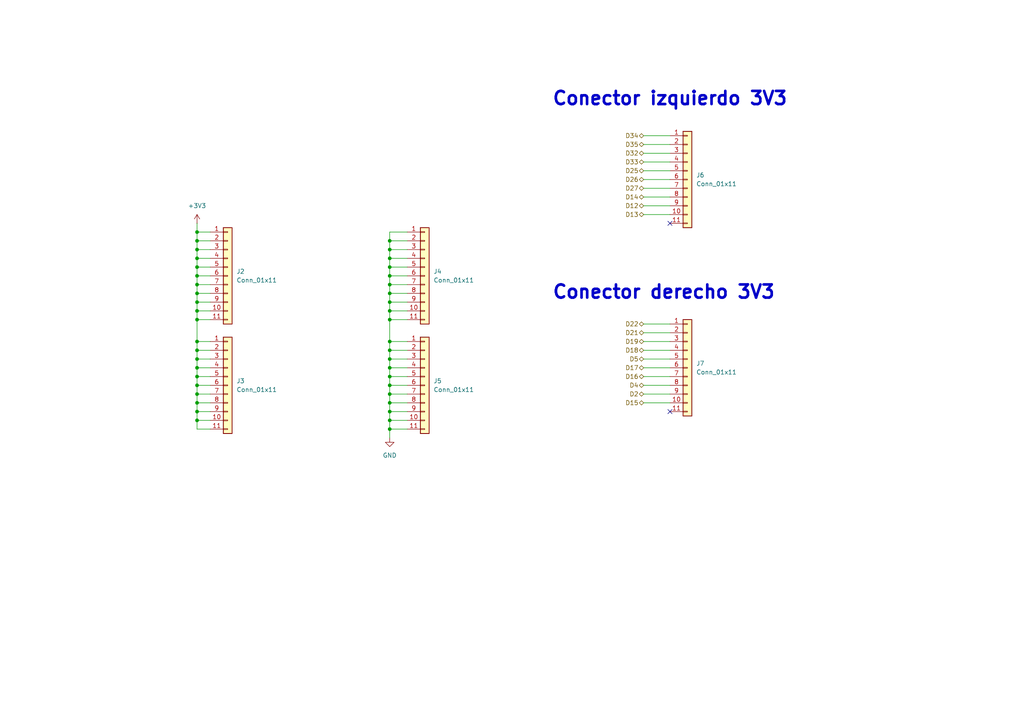
<source format=kicad_sch>
(kicad_sch (version 20250114) (generator "eeschema") (generator_version "9.0")
  (paper "A4")
  (lib_symbols
    (symbol "Connector_Generic:Conn_01x11" (pin_names (offset 1.016) (hide yes))
      (property "Reference" "J" (at 0 15.24 0))
      (property "Value" "Conn_01x11" (at 0 -15.24 0))
      (symbol "Conn_01x11_1_1"
        (rectangle (start -1.27 13.97) (end 1.27 -13.97) (stroke (width 0.254)) (fill (type background)))
        (rectangle (start -1.27 12.827) (end 0 12.573) (stroke (width 0.1524)))
        (rectangle (start -1.27 10.287) (end 0 10.033) (stroke (width 0.1524)))
        (rectangle (start -1.27 7.747) (end 0 7.493) (stroke (width 0.1524)))
        (rectangle (start -1.27 5.207) (end 0 4.953) (stroke (width 0.1524)))
        (rectangle (start -1.27 2.667) (end 0 2.413) (stroke (width 0.1524)))
        (rectangle (start -1.27 0.127) (end 0 -0.127) (stroke (width 0.1524)))
        (rectangle (start -1.27 -2.413) (end 0 -2.667) (stroke (width 0.1524)))
        (rectangle (start -1.27 -4.953) (end 0 -5.207) (stroke (width 0.1524)))
        (rectangle (start -1.27 -7.493) (end 0 -7.747) (stroke (width 0.1524)))
        (rectangle (start -1.27 -10.033) (end 0 -10.287) (stroke (width 0.1524)))
        (rectangle (start -1.27 -12.573) (end 0 -12.827) (stroke (width 0.1524)))
        (pin passive line (at -5.08 12.7 0) (length 3.81) (name "Pin_1") (number "1"))
        (pin passive line (at -5.08 10.16 0) (length 3.81) (name "Pin_2") (number "2"))
        (pin passive line (at -5.08 7.62 0) (length 3.81) (name "Pin_3") (number "3"))
        (pin passive line (at -5.08 5.08 0) (length 3.81) (name "Pin_4") (number "4"))
        (pin passive line (at -5.08 2.54 0) (length 3.81) (name "Pin_5") (number "5"))
        (pin passive line (at -5.08 0 0) (length 3.81) (name "Pin_6") (number "6"))
        (pin passive line (at -5.08 -2.54 0) (length 3.81) (name "Pin_7") (number "7"))
        (pin passive line (at -5.08 -5.08 0) (length 3.81) (name "Pin_8") (number "8"))
        (pin passive line (at -5.08 -7.62 0) (length 3.81) (name "Pin_9") (number "9"))
        (pin passive line (at -5.08 -10.16 0) (length 3.81) (name "Pin_10") (number "10"))
        (pin passive line (at -5.08 -12.7 0) (length 3.81) (name "Pin_11") (number "11"))
      )
    )
    (symbol "power:+3V3" (power) (pin_numbers (hide yes)) (pin_names (offset 0) (hide yes))
      (property "Value" "+3V3" (at 0 3.556 0))
      (symbol "+3V3_0_1"
        (polyline (pts (xy -0.762 1.27) (xy 0 2.54)))
        (polyline (pts (xy 0 2.54) (xy 0.762 1.27)))
        (polyline (pts (xy 0 0) (xy 0 2.54)))
      )
      (symbol "+3V3_1_1"
        (pin power_in line (at 0 0 90) (length 0) (name "~") (number "1"))
      )
    )
    (symbol "power:GND" (power) (pin_numbers (hide yes)) (pin_names (offset 0) (hide yes))
      (property "Value" "GND" (at 0 -3.81 0))
      (symbol "GND_0_1"
        (polyline (pts (xy 0 0) (xy 0 -1.27) (xy 1.27 -1.27) (xy 0 -2.54) (xy -1.27 -1.27) (xy 0 -1.27)))
      )
      (symbol "GND_1_1"
        (pin power_in line (at 0 0 270) (length 0) (name "~") (number "1"))
      )
    )
  )
  (text "Conector derecho 3V3" (at 192.532 84.836 0) (effects (font (size 3.81 3.81) (thickness 0.762) (bold yes))))
  (text "Conector izquierdo 3V3" (at 194.31 28.702 0) (effects (font (size 3.81 3.81) (thickness 0.762) (bold yes))))
  (junction (at 113.03 111.76))
  (junction (at 113.03 90.17))
  (junction (at 113.03 99.06))
  (junction (at 57.15 69.85))
  (junction (at 113.03 77.47))
  (junction (at 113.03 80.01))
  (junction (at 57.15 109.22))
  (junction (at 113.03 104.14))
  (junction (at 57.15 121.92))
  (junction (at 113.03 92.71))
  (junction (at 57.15 116.84))
  (junction (at 113.03 116.84))
  (junction (at 57.15 67.31))
  (junction (at 113.03 82.55))
  (junction (at 57.15 87.63))
  (junction (at 57.15 99.06))
  (junction (at 57.15 80.01))
  (junction (at 57.15 92.71))
  (junction (at 57.15 82.55))
  (junction (at 57.15 119.38))
  (junction (at 113.03 87.63))
  (junction (at 113.03 114.3))
  (junction (at 57.15 85.09))
  (junction (at 113.03 121.92))
  (junction (at 57.15 101.6))
  (junction (at 113.03 74.93))
  (junction (at 113.03 109.22))
  (junction (at 113.03 101.6))
  (junction (at 57.15 74.93))
  (junction (at 57.15 104.14))
  (junction (at 57.15 77.47))
  (junction (at 113.03 124.46))
  (junction (at 113.03 85.09))
  (junction (at 113.03 106.68))
  (junction (at 113.03 119.38))
  (junction (at 113.03 69.85))
  (junction (at 57.15 106.68))
  (junction (at 57.15 90.17))
  (junction (at 57.15 72.39))
  (junction (at 113.03 72.39))
  (junction (at 57.15 111.76))
  (junction (at 57.15 114.3))
  (no_connect (at 194.31 119.38))
  (no_connect (at 194.31 64.77))
  (wire (pts (xy 118.11 69.85) (xy 113.03 69.85)))
  (wire (pts (xy 60.96 101.6) (xy 57.15 101.6)))
  (wire (pts (xy 118.11 77.47) (xy 113.03 77.47)))
  (wire (pts (xy 118.11 80.01) (xy 113.03 80.01)))
  (wire (pts (xy 60.96 67.31) (xy 57.15 67.31)))
  (wire (pts (xy 113.03 85.09) (xy 113.03 87.63)))
  (wire (pts (xy 118.11 101.6) (xy 113.03 101.6)))
  (wire (pts (xy 118.11 72.39) (xy 113.03 72.39)))
  (wire (pts (xy 113.03 80.01) (xy 113.03 82.55)))
  (wire (pts (xy 113.03 119.38) (xy 113.03 121.92)))
  (wire (pts (xy 60.96 77.47) (xy 57.15 77.47)))
  (wire (pts (xy 194.31 99.06) (xy 186.69 99.06)))
  (wire (pts (xy 118.11 119.38) (xy 113.03 119.38)))
  (wire (pts (xy 57.15 104.14) (xy 57.15 106.68)))
  (wire (pts (xy 113.03 87.63) (xy 113.03 90.17)))
  (wire (pts (xy 60.96 87.63) (xy 57.15 87.63)))
  (wire (pts (xy 194.31 44.45) (xy 186.69 44.45)))
  (wire (pts (xy 113.03 69.85) (xy 113.03 72.39)))
  (wire (pts (xy 57.15 77.47) (xy 57.15 80.01)))
  (wire (pts (xy 113.03 101.6) (xy 113.03 104.14)))
  (wire (pts (xy 118.11 116.84) (xy 113.03 116.84)))
  (wire (pts (xy 118.11 74.93) (xy 113.03 74.93)))
  (wire (pts (xy 57.15 67.31) (xy 57.15 69.85)))
  (wire (pts (xy 113.03 90.17) (xy 113.03 92.71)))
  (wire (pts (xy 57.15 124.46) (xy 57.15 121.92)))
  (wire (pts (xy 118.11 87.63) (xy 113.03 87.63)))
  (wire (pts (xy 57.15 82.55) (xy 57.15 85.09)))
  (wire (pts (xy 194.31 109.22) (xy 186.69 109.22)))
  (wire (pts (xy 113.03 99.06) (xy 113.03 101.6)))
  (wire (pts (xy 60.96 69.85) (xy 57.15 69.85)))
  (wire (pts (xy 60.96 74.93) (xy 57.15 74.93)))
  (wire (pts (xy 194.31 52.07) (xy 186.69 52.07)))
  (wire (pts (xy 113.03 104.14) (xy 113.03 106.68)))
  (wire (pts (xy 57.15 87.63) (xy 57.15 90.17)))
  (wire (pts (xy 57.15 119.38) (xy 57.15 121.92)))
  (wire (pts (xy 57.15 74.93) (xy 57.15 77.47)))
  (wire (pts (xy 113.03 114.3) (xy 113.03 116.84)))
  (wire (pts (xy 194.31 96.52) (xy 186.69 96.52)))
  (wire (pts (xy 57.15 116.84) (xy 57.15 119.38)))
  (wire (pts (xy 57.15 106.68) (xy 57.15 109.22)))
  (wire (pts (xy 118.11 106.68) (xy 113.03 106.68)))
  (wire (pts (xy 60.96 106.68) (xy 57.15 106.68)))
  (wire (pts (xy 60.96 111.76) (xy 57.15 111.76)))
  (wire (pts (xy 113.03 67.31) (xy 113.03 69.85)))
  (wire (pts (xy 118.11 85.09) (xy 113.03 85.09)))
  (wire (pts (xy 194.31 41.91) (xy 186.69 41.91)))
  (wire (pts (xy 60.96 109.22) (xy 57.15 109.22)))
  (wire (pts (xy 113.03 82.55) (xy 113.03 85.09)))
  (wire (pts (xy 113.03 124.46) (xy 113.03 127)))
  (wire (pts (xy 57.15 114.3) (xy 57.15 116.84)))
  (wire (pts (xy 57.15 80.01) (xy 57.15 82.55)))
  (wire (pts (xy 60.96 90.17) (xy 57.15 90.17)))
  (wire (pts (xy 57.15 101.6) (xy 57.15 104.14)))
  (wire (pts (xy 57.15 92.71) (xy 57.15 99.06)))
  (wire (pts (xy 60.96 124.46) (xy 57.15 124.46)))
  (wire (pts (xy 113.03 106.68) (xy 113.03 109.22)))
  (wire (pts (xy 194.31 111.76) (xy 186.69 111.76)))
  (wire (pts (xy 118.11 67.31) (xy 113.03 67.31)))
  (wire (pts (xy 194.31 116.84) (xy 186.69 116.84)))
  (wire (pts (xy 113.03 116.84) (xy 113.03 119.38)))
  (wire (pts (xy 57.15 92.71) (xy 57.15 90.17)))
  (wire (pts (xy 113.03 109.22) (xy 113.03 111.76)))
  (wire (pts (xy 113.03 72.39) (xy 113.03 74.93)))
  (wire (pts (xy 60.96 85.09) (xy 57.15 85.09)))
  (wire (pts (xy 57.15 85.09) (xy 57.15 87.63)))
  (wire (pts (xy 118.11 82.55) (xy 113.03 82.55)))
  (wire (pts (xy 60.96 72.39) (xy 57.15 72.39)))
  (wire (pts (xy 60.96 99.06) (xy 57.15 99.06)))
  (wire (pts (xy 194.31 62.23) (xy 186.69 62.23)))
  (wire (pts (xy 60.96 119.38) (xy 57.15 119.38)))
  (wire (pts (xy 118.11 124.46) (xy 113.03 124.46)))
  (wire (pts (xy 60.96 121.92) (xy 57.15 121.92)))
  (wire (pts (xy 194.31 39.37) (xy 186.69 39.37)))
  (wire (pts (xy 194.31 46.99) (xy 186.69 46.99)))
  (wire (pts (xy 194.31 101.6) (xy 186.69 101.6)))
  (wire (pts (xy 194.31 93.98) (xy 186.69 93.98)))
  (wire (pts (xy 194.31 57.15) (xy 186.69 57.15)))
  (wire (pts (xy 118.11 99.06) (xy 113.03 99.06)))
  (wire (pts (xy 118.11 121.92) (xy 113.03 121.92)))
  (wire (pts (xy 194.31 106.68) (xy 186.69 106.68)))
  (wire (pts (xy 57.15 72.39) (xy 57.15 74.93)))
  (wire (pts (xy 60.96 82.55) (xy 57.15 82.55)))
  (wire (pts (xy 60.96 116.84) (xy 57.15 116.84)))
  (wire (pts (xy 113.03 92.71) (xy 113.03 99.06)))
  (wire (pts (xy 113.03 121.92) (xy 113.03 124.46)))
  (wire (pts (xy 113.03 74.93) (xy 113.03 77.47)))
  (wire (pts (xy 113.03 77.47) (xy 113.03 80.01)))
  (wire (pts (xy 118.11 114.3) (xy 113.03 114.3)))
  (wire (pts (xy 60.96 104.14) (xy 57.15 104.14)))
  (wire (pts (xy 57.15 111.76) (xy 57.15 114.3)))
  (wire (pts (xy 60.96 92.71) (xy 57.15 92.71)))
  (wire (pts (xy 60.96 114.3) (xy 57.15 114.3)))
  (wire (pts (xy 118.11 104.14) (xy 113.03 104.14)))
  (wire (pts (xy 194.31 49.53) (xy 186.69 49.53)))
  (wire (pts (xy 57.15 109.22) (xy 57.15 111.76)))
  (wire (pts (xy 118.11 109.22) (xy 113.03 109.22)))
  (wire (pts (xy 118.11 111.76) (xy 113.03 111.76)))
  (wire (pts (xy 194.31 114.3) (xy 186.69 114.3)))
  (wire (pts (xy 57.15 64.77) (xy 57.15 67.31)))
  (wire (pts (xy 118.11 90.17) (xy 113.03 90.17)))
  (wire (pts (xy 194.31 54.61) (xy 186.69 54.61)))
  (wire (pts (xy 57.15 69.85) (xy 57.15 72.39)))
  (wire (pts (xy 57.15 99.06) (xy 57.15 101.6)))
  (wire (pts (xy 194.31 104.14) (xy 186.69 104.14)))
  (wire (pts (xy 113.03 111.76) (xy 113.03 114.3)))
  (wire (pts (xy 118.11 92.71) (xy 113.03 92.71)))
  (wire (pts (xy 194.31 59.69) (xy 186.69 59.69)))
  (wire (pts (xy 60.96 80.01) (xy 57.15 80.01)))
  (hierarchical_label "D21" (shape bidirectional) (at 186.69 96.52 180))
  (hierarchical_label "D25" (shape bidirectional) (at 186.69 49.53 180))
  (hierarchical_label "D34" (shape bidirectional) (at 186.69 39.37 180))
  (hierarchical_label "D13" (shape bidirectional) (at 186.69 62.23 180))
  (hierarchical_label "D22" (shape bidirectional) (at 186.69 93.98 180))
  (hierarchical_label "D2" (shape bidirectional) (at 186.69 114.3 180))
  (hierarchical_label "D33" (shape bidirectional) (at 186.69 46.99 180))
  (hierarchical_label "D5" (shape bidirectional) (at 186.69 104.14 180))
  (hierarchical_label "D4" (shape bidirectional) (at 186.69 111.76 180))
  (hierarchical_label "D14" (shape bidirectional) (at 186.69 57.15 180))
  (hierarchical_label "D26" (shape bidirectional) (at 186.69 52.07 180))
  (hierarchical_label "D16" (shape bidirectional) (at 186.69 109.22 180))
  (hierarchical_label "D35" (shape bidirectional) (at 186.69 41.91 180))
  (hierarchical_label "D15" (shape bidirectional) (at 186.69 116.84 180))
  (hierarchical_label "D32" (shape bidirectional) (at 186.69 44.45 180))
  (hierarchical_label "D19" (shape bidirectional) (at 186.69 99.06 180))
  (hierarchical_label "D27" (shape bidirectional) (at 186.69 54.61 180))
  (hierarchical_label "D17" (shape bidirectional) (at 186.69 106.68 180))
  (hierarchical_label "D18" (shape bidirectional) (at 186.69 101.6 180))
  (hierarchical_label "D12" (shape bidirectional) (at 186.69 59.69 180))
  (symbol (lib_id "Connector_Generic:Conn_01x11") (at 123.19 80.01 0) (unit 1)
    (property "Reference" "J4" (at 125.73 78.7399 0) (effects (justify left)))
    (property "Value" "Conn_01x11" (at 125.73 81.2799 0) (effects (justify left)))
    (property "Footprint" "Connector_PinHeader_2.54mm:PinHeader_1x11_P2.54mm_Vertical" (effects (hide yes)))
    (property "Description" "Generic connector, single row, 01x11, script generated (kicad-library-utils/schlib/autogen/connector/)" (effects (hide yes)))
  )
  (symbol (lib_id "power:+3V3") (at 57.15 64.77 0) (unit 1)
    (property "Reference" "#PWR04" (effects (hide yes)))
    (property "Value" "+3V3" (at 57.15 59.69 0))
    (property "Description" "Power symbol creates a global label with name \"+3V3\"" (effects (hide yes)))
  )
  (symbol (lib_id "Connector_Generic:Conn_01x11") (at 199.39 106.68 0) (unit 1)
    (property "Reference" "J7" (at 201.93 105.4099 0) (effects (justify left)))
    (property "Value" "Conn_01x11" (at 201.93 107.9499 0) (effects (justify left)))
    (property "Footprint" "Connector_PinHeader_2.54mm:PinHeader_1x11_P2.54mm_Vertical" (effects (hide yes)))
    (property "Description" "Generic connector, single row, 01x11, script generated (kicad-library-utils/schlib/autogen/connector/)" (effects (hide yes)))
  )
  (symbol (lib_id "Connector_Generic:Conn_01x11") (at 123.19 111.76 0) (unit 1)
    (property "Reference" "J5" (at 125.73 110.4899 0) (effects (justify left)))
    (property "Value" "Conn_01x11" (at 125.73 113.0299 0) (effects (justify left)))
    (property "Footprint" "Connector_PinHeader_2.54mm:PinHeader_1x11_P2.54mm_Vertical" (effects (hide yes)))
    (property "Description" "Generic connector, single row, 01x11, script generated (kicad-library-utils/schlib/autogen/connector/)" (effects (hide yes)))
  )
  (symbol (lib_id "Connector_Generic:Conn_01x11") (at 199.39 52.07 0) (unit 1)
    (property "Reference" "J6" (at 201.93 50.7999 0) (effects (justify left)))
    (property "Value" "Conn_01x11" (at 201.93 53.3399 0) (effects (justify left)))
    (property "Footprint" "Connector_PinHeader_2.54mm:PinHeader_1x11_P2.54mm_Vertical" (effects (hide yes)))
    (property "Description" "Generic connector, single row, 01x11, script generated (kicad-library-utils/schlib/autogen/connector/)" (effects (hide yes)))
  )
  (symbol (lib_id "power:GND") (at 113.03 127 0) (unit 1)
    (property "Reference" "#PWR05" (effects (hide yes)))
    (property "Value" "GND" (at 113.03 132.08 0))
    (property "Description" "Power symbol creates a global label with name \"GND\" , ground" (effects (hide yes)))
  )
  (symbol (lib_id "Connector_Generic:Conn_01x11") (at 66.04 80.01 0) (unit 1)
    (property "Reference" "J2" (at 68.58 78.7399 0) (effects (justify left)))
    (property "Value" "Conn_01x11" (at 68.58 81.2799 0) (effects (justify left)))
    (property "Footprint" "Connector_PinHeader_2.54mm:PinHeader_1x11_P2.54mm_Vertical" (effects (hide yes)))
    (property "Description" "Generic connector, single row, 01x11, script generated (kicad-library-utils/schlib/autogen/connector/)" (effects (hide yes)))
  )
  (symbol (lib_id "Connector_Generic:Conn_01x11") (at 66.04 111.76 0) (unit 1)
    (property "Reference" "J3" (at 68.58 110.4899 0) (effects (justify left)))
    (property "Value" "Conn_01x11" (at 68.58 113.0299 0) (effects (justify left)))
    (property "Footprint" "Connector_PinHeader_2.54mm:PinHeader_1x11_P2.54mm_Vertical" (effects (hide yes)))
    (property "Description" "Generic connector, single row, 01x11, script generated (kicad-library-utils/schlib/autogen/connector/)" (effects (hide yes)))
  )
)
</source>
